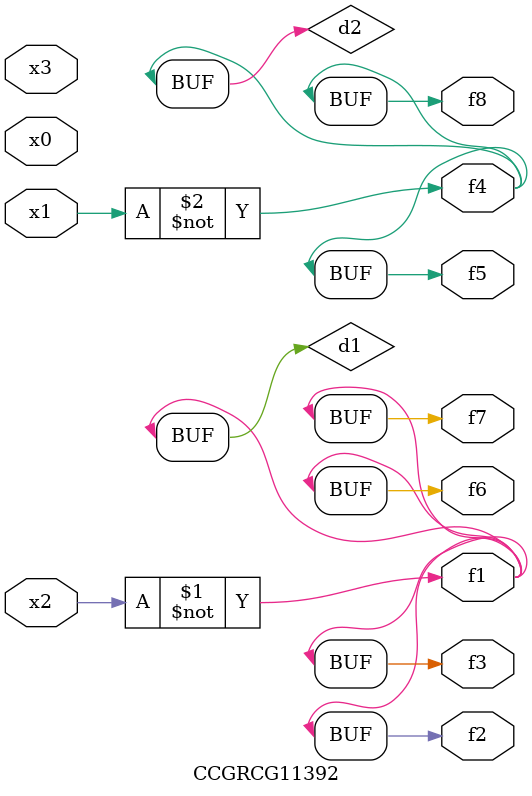
<source format=v>
module CCGRCG11392(
	input x0, x1, x2, x3,
	output f1, f2, f3, f4, f5, f6, f7, f8
);

	wire d1, d2;

	xnor (d1, x2);
	not (d2, x1);
	assign f1 = d1;
	assign f2 = d1;
	assign f3 = d1;
	assign f4 = d2;
	assign f5 = d2;
	assign f6 = d1;
	assign f7 = d1;
	assign f8 = d2;
endmodule

</source>
